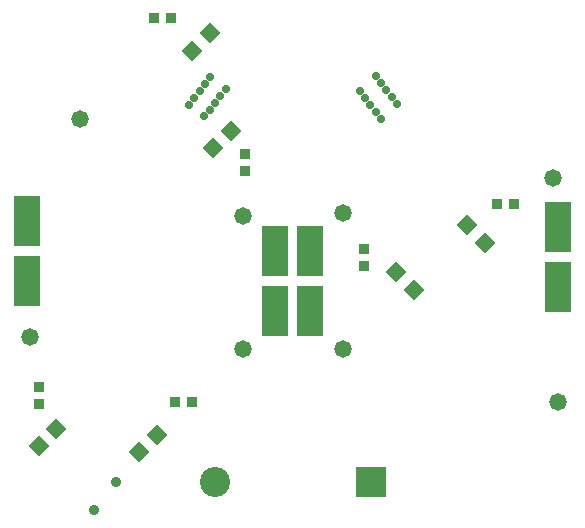
<source format=gbs>
G04*
G04 #@! TF.GenerationSoftware,Altium Limited,Altium Designer,23.1.1 (15)*
G04*
G04 Layer_Color=16711935*
%FSLAX44Y44*%
%MOMM*%
G71*
G04*
G04 #@! TF.SameCoordinates,FE5ED9A9-07CB-4C5F-963A-3420CF118FF3*
G04*
G04*
G04 #@! TF.FilePolarity,Negative*
G04*
G01*
G75*
%ADD16R,0.9621X0.9350*%
%ADD18P,1.6971X4X360.0*%
%ADD19P,1.6971X4X90.0*%
%ADD20R,0.9350X0.9621*%
%ADD22R,2.2032X4.2032*%
%ADD23C,2.5532*%
%ADD24R,2.5532X2.5532*%
%ADD25C,0.9000*%
%ADD26C,0.7032*%
%ADD27C,1.4732*%
D16*
X25000Y140000D02*
D03*
Y125692D02*
D03*
X300000Y257154D02*
D03*
Y242846D02*
D03*
X200000Y322846D02*
D03*
Y337154D02*
D03*
D18*
X387575Y277425D02*
D03*
X402425Y262575D02*
D03*
X327575Y237425D02*
D03*
X342425Y222575D02*
D03*
D19*
X110075Y85075D02*
D03*
X124925Y99925D02*
D03*
X25151Y90151D02*
D03*
X40000Y105000D02*
D03*
X169925Y439925D02*
D03*
X155075Y425075D02*
D03*
X172575Y342575D02*
D03*
X187425Y357425D02*
D03*
D20*
X154654Y127500D02*
D03*
X140346D02*
D03*
X122846Y452500D02*
D03*
X137154D02*
D03*
X427154Y295000D02*
D03*
X412846D02*
D03*
D22*
X15000Y280800D02*
D03*
Y230000D02*
D03*
X465000Y275800D02*
D03*
Y225000D02*
D03*
X225000Y204200D02*
D03*
Y255000D02*
D03*
X255000Y205000D02*
D03*
Y255800D02*
D03*
D23*
X173950Y60000D02*
D03*
D24*
X306050D02*
D03*
D25*
X90000D02*
D03*
X71946Y36041D02*
D03*
D26*
X328716Y379720D02*
D03*
X324144Y385816D02*
D03*
X319318Y391658D02*
D03*
X315000Y397500D02*
D03*
X310682Y403342D02*
D03*
X183208Y392526D02*
D03*
X178636Y386684D02*
D03*
X174318Y380842D02*
D03*
X170000Y375000D02*
D03*
X165174Y369412D02*
D03*
X296966Y390614D02*
D03*
X301538Y384772D02*
D03*
X305856Y378930D02*
D03*
X310174Y373088D02*
D03*
X315000Y367500D02*
D03*
X151966Y378878D02*
D03*
X156538Y384974D02*
D03*
X161364Y390816D02*
D03*
X165682Y396658D02*
D03*
X170000Y402500D02*
D03*
D27*
X282500Y172500D02*
D03*
Y287500D02*
D03*
X197500Y172500D02*
D03*
Y285000D02*
D03*
X60000Y367500D02*
D03*
X17500Y182500D02*
D03*
X465000Y127500D02*
D03*
X460000Y317500D02*
D03*
M02*

</source>
